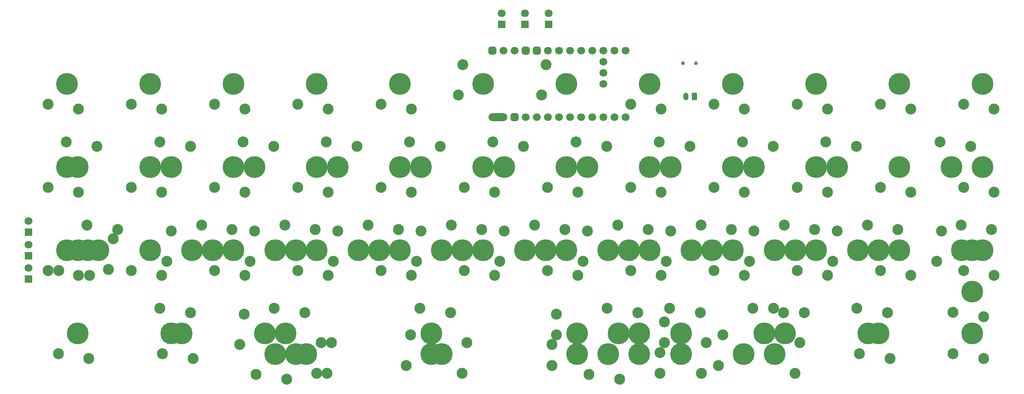
<source format=gts>
G04 #@! TF.GenerationSoftware,KiCad,Pcbnew,7.0.11-7.0.11~ubuntu22.04.1*
G04 #@! TF.CreationDate,2024-05-14T18:32:02+02:00*
G04 #@! TF.ProjectId,alpha4,616c7068-6134-42e6-9b69-6361645f7063,rev?*
G04 #@! TF.SameCoordinates,Original*
G04 #@! TF.FileFunction,Soldermask,Top*
G04 #@! TF.FilePolarity,Negative*
%FSLAX46Y46*%
G04 Gerber Fmt 4.6, Leading zero omitted, Abs format (unit mm)*
G04 Created by KiCad (PCBNEW 7.0.11-7.0.11~ubuntu22.04.1) date 2024-05-14 18:32:02*
%MOMM*%
%LPD*%
G01*
G04 APERTURE LIST*
G04 Aperture macros list*
%AMRoundRect*
0 Rectangle with rounded corners*
0 $1 Rounding radius*
0 $2 $3 $4 $5 $6 $7 $8 $9 X,Y pos of 4 corners*
0 Add a 4 corners polygon primitive as box body*
4,1,4,$2,$3,$4,$5,$6,$7,$8,$9,$2,$3,0*
0 Add four circle primitives for the rounded corners*
1,1,$1+$1,$2,$3*
1,1,$1+$1,$4,$5*
1,1,$1+$1,$6,$7*
1,1,$1+$1,$8,$9*
0 Add four rect primitives between the rounded corners*
20,1,$1+$1,$2,$3,$4,$5,0*
20,1,$1+$1,$4,$5,$6,$7,0*
20,1,$1+$1,$6,$7,$8,$9,0*
20,1,$1+$1,$8,$9,$2,$3,0*%
G04 Aperture macros list end*
%ADD10C,5.000000*%
%ADD11C,2.500000*%
%ADD12R,1.800000X1.800000*%
%ADD13C,1.800000*%
%ADD14O,1.200000X1.750000*%
%ADD15RoundRect,0.250000X0.350000X0.625000X-0.350000X0.625000X-0.350000X-0.625000X0.350000X-0.625000X0*%
%ADD16RoundRect,0.450000X-0.450000X0.450000X-0.450000X-0.450000X0.450000X-0.450000X0.450000X0.450000X0*%
%ADD17O,4.340000X1.800000*%
%ADD18C,0.850000*%
G04 APERTURE END LIST*
D10*
X163112500Y-72625000D03*
D11*
X160512500Y-66875000D03*
X167512500Y-67925000D03*
D10*
X158350000Y-72625000D03*
D11*
X152600000Y-75225000D03*
X153650000Y-68225000D03*
D10*
X89293500Y-96438000D03*
D11*
X95043500Y-93838000D03*
X93993500Y-100838000D03*
D10*
X129775000Y-53575000D03*
D11*
X132375000Y-59325000D03*
X125375000Y-58275000D03*
D10*
X84531250Y-91675000D03*
D11*
X81931250Y-85925000D03*
X88931250Y-86975000D03*
D10*
X91675000Y-34525000D03*
D11*
X94275000Y-40275000D03*
X87275000Y-39225000D03*
D10*
X196449750Y-96437500D03*
D11*
X202199750Y-93837500D03*
X201149750Y-100837500D03*
D10*
X191687500Y-53575000D03*
D11*
X189087500Y-47825000D03*
X196087500Y-48875000D03*
D10*
X129775000Y-34525000D03*
D11*
X124025000Y-37125000D03*
X125075000Y-30125000D03*
D10*
X86912500Y-72625000D03*
D11*
X84312500Y-66875000D03*
X91312500Y-67925000D03*
D10*
X236931250Y-53575000D03*
D11*
X234331250Y-47825000D03*
X241331250Y-48875000D03*
D10*
X91675000Y-72625000D03*
D11*
X94275000Y-78375000D03*
X87275000Y-77325000D03*
D10*
X182162500Y-72625000D03*
D11*
X179562500Y-66875000D03*
X186562500Y-67925000D03*
D10*
X205975000Y-34525000D03*
D11*
X208575000Y-40275000D03*
X201575000Y-39225000D03*
D10*
X225025000Y-34525000D03*
D11*
X227625000Y-40275000D03*
X220625000Y-39225000D03*
D10*
X37050250Y-72625000D03*
D11*
X39650250Y-78375000D03*
X32650250Y-77325000D03*
D10*
X144062500Y-72625000D03*
D11*
X141462500Y-66875000D03*
X148462500Y-67925000D03*
D10*
X239312500Y-72625000D03*
D11*
X233562500Y-75225000D03*
X234612500Y-68225000D03*
D12*
X25640000Y-68525000D03*
D13*
X25640000Y-65985000D03*
D10*
X158350250Y-96438000D03*
D11*
X160950250Y-102188000D03*
X153950250Y-101138000D03*
D10*
X244075000Y-72625000D03*
D11*
X246675000Y-78375000D03*
X239675000Y-77325000D03*
D12*
X25640000Y-79285000D03*
D13*
X25640000Y-76745000D03*
D10*
X165494000Y-96438000D03*
D11*
X170194000Y-100838000D03*
X171244000Y-93838000D03*
D10*
X110725000Y-53575000D03*
D11*
X113325000Y-59325000D03*
X106325000Y-58275000D03*
D10*
X72625000Y-72625000D03*
D11*
X75225000Y-78375000D03*
X68225000Y-77325000D03*
D10*
X205975000Y-72625000D03*
D11*
X208575000Y-78375000D03*
X201575000Y-77325000D03*
D10*
X148825000Y-34525000D03*
D11*
X143075000Y-37125000D03*
X144125000Y-30125000D03*
D10*
X129775000Y-72625000D03*
D11*
X132375000Y-78375000D03*
X125375000Y-77325000D03*
D10*
X217881250Y-91675000D03*
D11*
X215281250Y-85925000D03*
X222281250Y-86975000D03*
D10*
X53575000Y-72625000D03*
D11*
X56175000Y-78375000D03*
X49175000Y-77325000D03*
D10*
X86912250Y-96437500D03*
D11*
X92662250Y-93837500D03*
X91612250Y-100837500D03*
D10*
X110725000Y-34525000D03*
D11*
X113325000Y-40275000D03*
X106325000Y-39225000D03*
D10*
X244075000Y-53575000D03*
D11*
X246675000Y-59325000D03*
X239675000Y-58275000D03*
D10*
X82149500Y-96438000D03*
D11*
X84749500Y-102188000D03*
X77749500Y-101138000D03*
D10*
X177400000Y-72625000D03*
D11*
X171650000Y-75225000D03*
X172700000Y-68225000D03*
D12*
X139310000Y-20895000D03*
D13*
X139310000Y-18355000D03*
D10*
X77387500Y-53575000D03*
D11*
X74787500Y-47825000D03*
X81787500Y-48875000D03*
D12*
X144700000Y-20885000D03*
D13*
X144700000Y-18345000D03*
D10*
X115487500Y-53575000D03*
D11*
X112887500Y-47825000D03*
X119887500Y-48875000D03*
D10*
X244075000Y-34525000D03*
D11*
X246675000Y-40275000D03*
X239675000Y-39225000D03*
D10*
X151206000Y-96437500D03*
D11*
X146506000Y-92037500D03*
X145456000Y-99037500D03*
D10*
X186925000Y-53575000D03*
D11*
X189525000Y-59325000D03*
X182525000Y-58275000D03*
D10*
X172637500Y-53575000D03*
D11*
X170037500Y-47825000D03*
X177037500Y-48875000D03*
D10*
X210737500Y-53575000D03*
D11*
X208137500Y-47825000D03*
X215137500Y-48875000D03*
D10*
X120250000Y-72625000D03*
D11*
X114500000Y-75225000D03*
X115550000Y-68225000D03*
D10*
X34525000Y-34525000D03*
D11*
X37125000Y-40275000D03*
X30125000Y-39225000D03*
D10*
X186925000Y-34525000D03*
D11*
X189525000Y-40275000D03*
X182525000Y-39225000D03*
D10*
X241693750Y-72625000D03*
D11*
X239093750Y-66875000D03*
X246093750Y-67925000D03*
D10*
X175019000Y-96437500D03*
D11*
X180769000Y-93837500D03*
X179719000Y-100837500D03*
D10*
X34525000Y-72625000D03*
D11*
X37125000Y-78375000D03*
X30125000Y-77325000D03*
D10*
X96437500Y-53575000D03*
D11*
X93837500Y-47825000D03*
X100837500Y-48875000D03*
D10*
X165493750Y-91675000D03*
D11*
X171243750Y-89075000D03*
X170193750Y-96075000D03*
D10*
X110725000Y-72625000D03*
D11*
X113325000Y-78375000D03*
X106325000Y-77325000D03*
D10*
X198831250Y-91675000D03*
D11*
X196231250Y-85925000D03*
X203231250Y-86975000D03*
D10*
X205975000Y-53575000D03*
D11*
X208575000Y-59325000D03*
X201575000Y-58275000D03*
D10*
X101200000Y-72625000D03*
D11*
X95450000Y-75225000D03*
X96500000Y-68225000D03*
D10*
X194068750Y-91675000D03*
D11*
X198468750Y-86975000D03*
X191468750Y-85925000D03*
D10*
X53575000Y-53575000D03*
D11*
X56175000Y-59325000D03*
X49175000Y-58275000D03*
D10*
X167875000Y-34525000D03*
D11*
X170475000Y-40275000D03*
X163475000Y-39225000D03*
D10*
X215500000Y-72625000D03*
D11*
X209750000Y-75225000D03*
X210800000Y-68225000D03*
D10*
X120250250Y-96438000D03*
D11*
X126000250Y-93838000D03*
X124950250Y-100838000D03*
D10*
X39287500Y-72625000D03*
D11*
X43987500Y-77025000D03*
X45037500Y-70025000D03*
D10*
X82150000Y-72625000D03*
D11*
X76400000Y-75225000D03*
X77450000Y-68225000D03*
D10*
X186925000Y-72625000D03*
D11*
X189525000Y-78375000D03*
X182525000Y-77325000D03*
D10*
X125012500Y-72625000D03*
D11*
X122412500Y-66875000D03*
X129412500Y-67925000D03*
D10*
X67862500Y-72625000D03*
D11*
X65262500Y-66875000D03*
X72262500Y-67925000D03*
D10*
X105962500Y-72625000D03*
D11*
X103362500Y-66875000D03*
X110362500Y-67925000D03*
D10*
X196450000Y-72625000D03*
D11*
X190700000Y-75225000D03*
X191750000Y-68225000D03*
D10*
X220262500Y-72625000D03*
D11*
X217662500Y-66875000D03*
X224662500Y-67925000D03*
D10*
X41668750Y-72625000D03*
D11*
X39068750Y-66875000D03*
X46068750Y-67925000D03*
D10*
X153587500Y-53575000D03*
D11*
X150987500Y-47825000D03*
X157987500Y-48875000D03*
D10*
X167875000Y-72625000D03*
D11*
X170475000Y-78375000D03*
X163475000Y-77325000D03*
D10*
X225025000Y-53575000D03*
D11*
X227625000Y-59325000D03*
X220625000Y-58275000D03*
D10*
X91675000Y-53575000D03*
D11*
X94275000Y-59325000D03*
X87275000Y-58275000D03*
D10*
X72625000Y-53575000D03*
D11*
X75225000Y-59325000D03*
X68225000Y-58275000D03*
D10*
X241693750Y-91675000D03*
D11*
X244293750Y-97425000D03*
X237293750Y-96375000D03*
D10*
X220262500Y-91675000D03*
D11*
X222862500Y-97425000D03*
X215862500Y-96375000D03*
D10*
X167875000Y-53575000D03*
D11*
X170475000Y-59325000D03*
X163475000Y-58275000D03*
D10*
X34525000Y-53575000D03*
D11*
X37125000Y-59325000D03*
X30125000Y-58275000D03*
D12*
X25650000Y-73915000D03*
D13*
X25650000Y-71375000D03*
D10*
X148825000Y-53575000D03*
D11*
X151425000Y-59325000D03*
X144425000Y-58275000D03*
D10*
X160731250Y-91675000D03*
D11*
X158131250Y-85925000D03*
X165131250Y-86975000D03*
D12*
X133940000Y-20905000D03*
D13*
X133940000Y-18365000D03*
D10*
X36906250Y-91675000D03*
D11*
X39506250Y-97425000D03*
X32506250Y-96375000D03*
D10*
X151206250Y-91675000D03*
D11*
X145456250Y-94275000D03*
X146506250Y-87275000D03*
D10*
X117868750Y-91675000D03*
D11*
X115268750Y-85925000D03*
X122268750Y-86975000D03*
D10*
X63100000Y-72625000D03*
D11*
X57350000Y-75225000D03*
X58400000Y-68225000D03*
D10*
X134537500Y-53575000D03*
D11*
X131937500Y-47825000D03*
X138937500Y-48875000D03*
D10*
X79768750Y-91675000D03*
D11*
X74018750Y-94275000D03*
X75068750Y-87275000D03*
D10*
X36906250Y-53575000D03*
D11*
X34306250Y-47825000D03*
X41306250Y-48875000D03*
D10*
X139300000Y-72625000D03*
D11*
X133550000Y-75225000D03*
X134600000Y-68225000D03*
D10*
X117869000Y-96437500D03*
D11*
X112119000Y-99037500D03*
X113169000Y-92037500D03*
D10*
X58337500Y-53575000D03*
D11*
X55737500Y-47825000D03*
X62737500Y-48875000D03*
D10*
X60718750Y-91675000D03*
D11*
X63318750Y-97425000D03*
X56318750Y-96375000D03*
D10*
X148825000Y-72625000D03*
D11*
X151425000Y-78375000D03*
X144425000Y-77325000D03*
D10*
X225025000Y-72625000D03*
D11*
X227625000Y-78375000D03*
X220625000Y-77325000D03*
D10*
X53575000Y-34525000D03*
D11*
X56175000Y-40275000D03*
X49175000Y-39225000D03*
D10*
X189306500Y-96438000D03*
D11*
X183556500Y-99038000D03*
X184606500Y-92038000D03*
D10*
X241693750Y-82150000D03*
D11*
X244293750Y-87900000D03*
X237293750Y-86850000D03*
D10*
X201212500Y-72625000D03*
D11*
X198612500Y-66875000D03*
X205612500Y-67925000D03*
D10*
X175018750Y-91675000D03*
D11*
X172418750Y-85925000D03*
X179418750Y-86975000D03*
D10*
X58337500Y-91675000D03*
D11*
X55737500Y-85925000D03*
X62737500Y-86975000D03*
D10*
X72625000Y-34525000D03*
D11*
X75225000Y-40275000D03*
X68225000Y-39225000D03*
D14*
X176100000Y-37410000D03*
D15*
X178100000Y-37410000D03*
D13*
X134400000Y-26920000D03*
X136940000Y-26920000D03*
D16*
X139480000Y-26920000D03*
X142020000Y-26920000D03*
D13*
X144560000Y-26920000D03*
X147100000Y-26920000D03*
X149640000Y-26920000D03*
X152180000Y-26920000D03*
X154720000Y-26920000D03*
X157260000Y-26920000D03*
X159800000Y-26920000D03*
X162340000Y-26920000D03*
D17*
X133130000Y-42160000D03*
D16*
X136940000Y-42160000D03*
D13*
X139480000Y-42160000D03*
X142020000Y-42160000D03*
X144560000Y-42160000D03*
X147100000Y-42160000D03*
X149640000Y-42160000D03*
X152180000Y-42160000D03*
X154720000Y-42160000D03*
X157260000Y-42160000D03*
X159800000Y-42160000D03*
X162340000Y-42160000D03*
X157260000Y-29460000D03*
X157260000Y-32000000D03*
X157260000Y-34540000D03*
D16*
X131860000Y-26920000D03*
D13*
X131860000Y-42160000D03*
D18*
X178430000Y-29810000D03*
X175430000Y-29810000D03*
M02*

</source>
